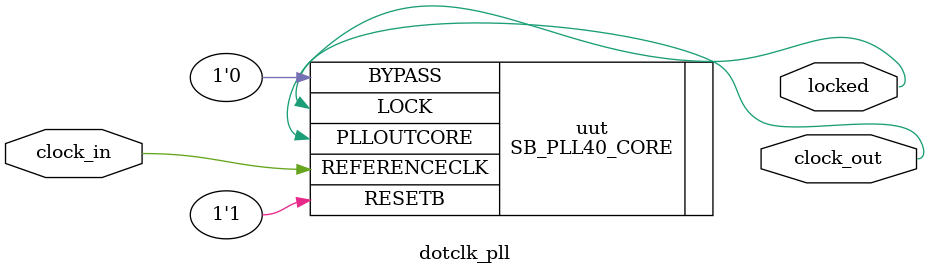
<source format=v>
/**
 * PLL configuration
 *
 * This Verilog module was generated automatically
 * using the icepll tool from the IceStorm project.
 * Use at your own risk.
 *
 * Given input frequency:        12.000 MHz
 * Requested output frequency:   22.042 MHz
 * Achieved output frequency:    22.125 MHz
 */

module dotclk_pll(
	input  clock_in,
	output clock_out,
	output locked
	);

SB_PLL40_CORE #(
		.FEEDBACK_PATH("SIMPLE"),
		.DIVR(4'b0000),		// DIVR =  0
		.DIVF(7'b0111010),	// DIVF = 58
		.DIVQ(3'b101),		// DIVQ =  5
		.FILTER_RANGE(3'b001)	// FILTER_RANGE = 1
	) uut (
		.LOCK(locked),
		.RESETB(1'b1),
		.BYPASS(1'b0),
		.REFERENCECLK(clock_in),
		.PLLOUTCORE(clock_out)
		);

endmodule

</source>
